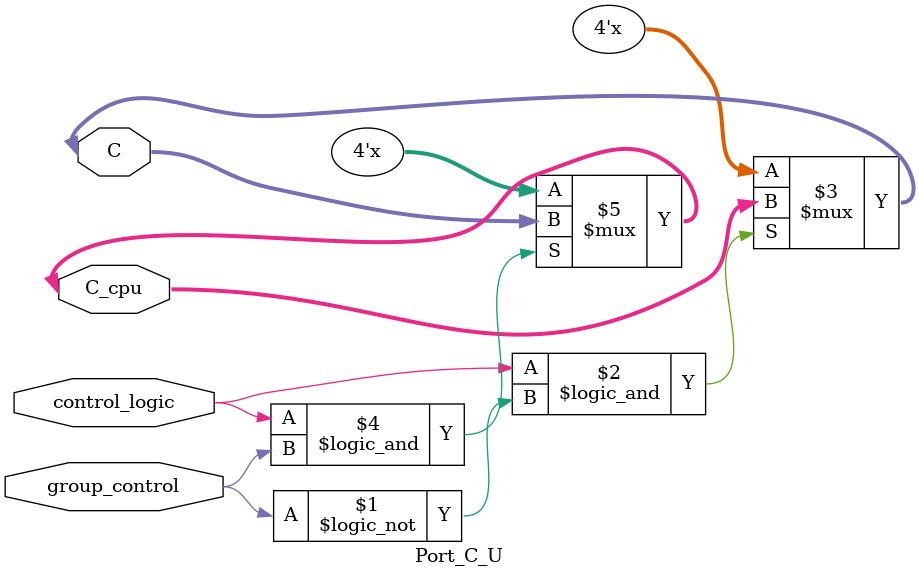
<source format=v>
`timescale 1ns / 1ps

module Port_C_U(C, C_cpu, group_control, control_logic);
		
	inout  [3:0] C;
	inout  [3:0] C_cpu;
	input group_control;// control on or out
	input control_logic; // to activate the port

	
    // Drive from C_cpu to C (Output mode)
    assign C = (control_logic && !group_control) ? C_cpu : 4'bz;

    // Drive from C to C_cpu (Input mode)
    assign C_cpu = (control_logic && group_control) ? C : 4'bz;


	endmodule

</source>
